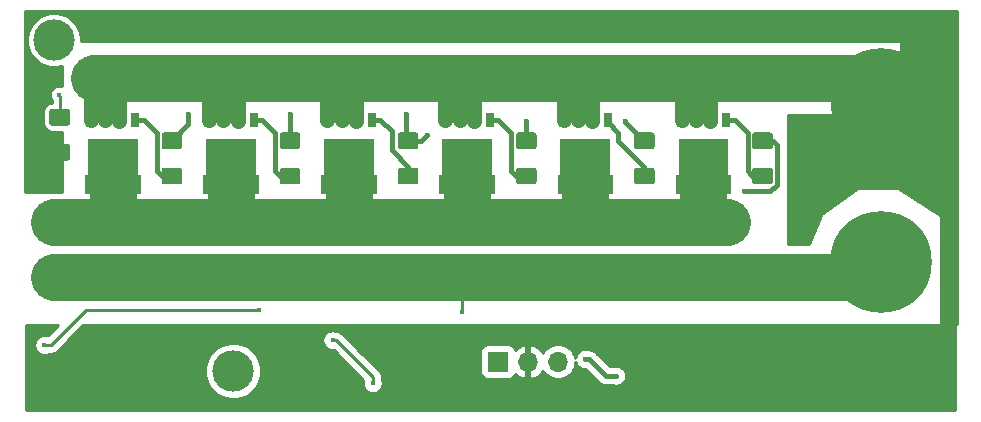
<source format=gbr>
G04 #@! TF.GenerationSoftware,KiCad,Pcbnew,(5.1.5)-3*
G04 #@! TF.CreationDate,2020-08-02T11:19:38+02:00*
G04 #@! TF.ProjectId,_Spot,b553706f-742e-46b6-9963-61645f706362,rev?*
G04 #@! TF.SameCoordinates,Original*
G04 #@! TF.FileFunction,Copper,L2,Bot*
G04 #@! TF.FilePolarity,Positive*
%FSLAX46Y46*%
G04 Gerber Fmt 4.6, Leading zero omitted, Abs format (unit mm)*
G04 Created by KiCad (PCBNEW (5.1.5)-3) date 2020-08-02 11:19:38*
%MOMM*%
%LPD*%
G04 APERTURE LIST*
%ADD10O,1.700000X1.700000*%
%ADD11R,1.700000X1.700000*%
%ADD12C,3.500000*%
%ADD13C,0.900000*%
%ADD14C,8.600000*%
%ADD15C,0.150000*%
%ADD16R,0.700000X1.150000*%
%ADD17C,0.450000*%
%ADD18C,0.250000*%
%ADD19C,4.000000*%
%ADD20C,1.250000*%
%ADD21C,0.381000*%
%ADD22C,0.254000*%
G04 APERTURE END LIST*
D10*
X140680000Y-107200000D03*
X138140000Y-107200000D03*
D11*
X135600000Y-107200000D03*
D12*
X113200000Y-108000000D03*
X98000000Y-80000000D03*
D13*
X170280419Y-82719581D03*
X168000000Y-81775000D03*
X165719581Y-82719581D03*
X164775000Y-85000000D03*
X165719581Y-87280419D03*
X168000000Y-88225000D03*
X170280419Y-87280419D03*
X171225000Y-85000000D03*
D14*
X168000000Y-85000000D03*
D13*
X170280419Y-96519581D03*
X168000000Y-95575000D03*
X165719581Y-96519581D03*
X164775000Y-98800000D03*
X165719581Y-101080419D03*
X168000000Y-102025000D03*
X170280419Y-101080419D03*
X171225000Y-98800000D03*
D14*
X168000000Y-98800000D03*
G04 #@! TA.AperFunction,SMDPad,CuDef*
D15*
G36*
X99149504Y-85801204D02*
G01*
X99173773Y-85804804D01*
X99197571Y-85810765D01*
X99220671Y-85819030D01*
X99242849Y-85829520D01*
X99263893Y-85842133D01*
X99283598Y-85856747D01*
X99301777Y-85873223D01*
X99318253Y-85891402D01*
X99332867Y-85911107D01*
X99345480Y-85932151D01*
X99355970Y-85954329D01*
X99364235Y-85977429D01*
X99370196Y-86001227D01*
X99373796Y-86025496D01*
X99375000Y-86050000D01*
X99375000Y-86975000D01*
X99373796Y-86999504D01*
X99370196Y-87023773D01*
X99364235Y-87047571D01*
X99355970Y-87070671D01*
X99345480Y-87092849D01*
X99332867Y-87113893D01*
X99318253Y-87133598D01*
X99301777Y-87151777D01*
X99283598Y-87168253D01*
X99263893Y-87182867D01*
X99242849Y-87195480D01*
X99220671Y-87205970D01*
X99197571Y-87214235D01*
X99173773Y-87220196D01*
X99149504Y-87223796D01*
X99125000Y-87225000D01*
X97875000Y-87225000D01*
X97850496Y-87223796D01*
X97826227Y-87220196D01*
X97802429Y-87214235D01*
X97779329Y-87205970D01*
X97757151Y-87195480D01*
X97736107Y-87182867D01*
X97716402Y-87168253D01*
X97698223Y-87151777D01*
X97681747Y-87133598D01*
X97667133Y-87113893D01*
X97654520Y-87092849D01*
X97644030Y-87070671D01*
X97635765Y-87047571D01*
X97629804Y-87023773D01*
X97626204Y-86999504D01*
X97625000Y-86975000D01*
X97625000Y-86050000D01*
X97626204Y-86025496D01*
X97629804Y-86001227D01*
X97635765Y-85977429D01*
X97644030Y-85954329D01*
X97654520Y-85932151D01*
X97667133Y-85911107D01*
X97681747Y-85891402D01*
X97698223Y-85873223D01*
X97716402Y-85856747D01*
X97736107Y-85842133D01*
X97757151Y-85829520D01*
X97779329Y-85819030D01*
X97802429Y-85810765D01*
X97826227Y-85804804D01*
X97850496Y-85801204D01*
X97875000Y-85800000D01*
X99125000Y-85800000D01*
X99149504Y-85801204D01*
G37*
G04 #@! TD.AperFunction*
G04 #@! TA.AperFunction,SMDPad,CuDef*
G36*
X99149504Y-88776204D02*
G01*
X99173773Y-88779804D01*
X99197571Y-88785765D01*
X99220671Y-88794030D01*
X99242849Y-88804520D01*
X99263893Y-88817133D01*
X99283598Y-88831747D01*
X99301777Y-88848223D01*
X99318253Y-88866402D01*
X99332867Y-88886107D01*
X99345480Y-88907151D01*
X99355970Y-88929329D01*
X99364235Y-88952429D01*
X99370196Y-88976227D01*
X99373796Y-89000496D01*
X99375000Y-89025000D01*
X99375000Y-89950000D01*
X99373796Y-89974504D01*
X99370196Y-89998773D01*
X99364235Y-90022571D01*
X99355970Y-90045671D01*
X99345480Y-90067849D01*
X99332867Y-90088893D01*
X99318253Y-90108598D01*
X99301777Y-90126777D01*
X99283598Y-90143253D01*
X99263893Y-90157867D01*
X99242849Y-90170480D01*
X99220671Y-90180970D01*
X99197571Y-90189235D01*
X99173773Y-90195196D01*
X99149504Y-90198796D01*
X99125000Y-90200000D01*
X97875000Y-90200000D01*
X97850496Y-90198796D01*
X97826227Y-90195196D01*
X97802429Y-90189235D01*
X97779329Y-90180970D01*
X97757151Y-90170480D01*
X97736107Y-90157867D01*
X97716402Y-90143253D01*
X97698223Y-90126777D01*
X97681747Y-90108598D01*
X97667133Y-90088893D01*
X97654520Y-90067849D01*
X97644030Y-90045671D01*
X97635765Y-90022571D01*
X97629804Y-89998773D01*
X97626204Y-89974504D01*
X97625000Y-89950000D01*
X97625000Y-89025000D01*
X97626204Y-89000496D01*
X97629804Y-88976227D01*
X97635765Y-88952429D01*
X97644030Y-88929329D01*
X97654520Y-88907151D01*
X97667133Y-88886107D01*
X97681747Y-88866402D01*
X97698223Y-88848223D01*
X97716402Y-88831747D01*
X97736107Y-88817133D01*
X97757151Y-88804520D01*
X97779329Y-88794030D01*
X97802429Y-88785765D01*
X97826227Y-88779804D01*
X97850496Y-88776204D01*
X97875000Y-88775000D01*
X99125000Y-88775000D01*
X99149504Y-88776204D01*
G37*
G04 #@! TD.AperFunction*
G04 #@! TA.AperFunction,SMDPad,CuDef*
G36*
X108649504Y-87801204D02*
G01*
X108673773Y-87804804D01*
X108697571Y-87810765D01*
X108720671Y-87819030D01*
X108742849Y-87829520D01*
X108763893Y-87842133D01*
X108783598Y-87856747D01*
X108801777Y-87873223D01*
X108818253Y-87891402D01*
X108832867Y-87911107D01*
X108845480Y-87932151D01*
X108855970Y-87954329D01*
X108864235Y-87977429D01*
X108870196Y-88001227D01*
X108873796Y-88025496D01*
X108875000Y-88050000D01*
X108875000Y-88975000D01*
X108873796Y-88999504D01*
X108870196Y-89023773D01*
X108864235Y-89047571D01*
X108855970Y-89070671D01*
X108845480Y-89092849D01*
X108832867Y-89113893D01*
X108818253Y-89133598D01*
X108801777Y-89151777D01*
X108783598Y-89168253D01*
X108763893Y-89182867D01*
X108742849Y-89195480D01*
X108720671Y-89205970D01*
X108697571Y-89214235D01*
X108673773Y-89220196D01*
X108649504Y-89223796D01*
X108625000Y-89225000D01*
X107375000Y-89225000D01*
X107350496Y-89223796D01*
X107326227Y-89220196D01*
X107302429Y-89214235D01*
X107279329Y-89205970D01*
X107257151Y-89195480D01*
X107236107Y-89182867D01*
X107216402Y-89168253D01*
X107198223Y-89151777D01*
X107181747Y-89133598D01*
X107167133Y-89113893D01*
X107154520Y-89092849D01*
X107144030Y-89070671D01*
X107135765Y-89047571D01*
X107129804Y-89023773D01*
X107126204Y-88999504D01*
X107125000Y-88975000D01*
X107125000Y-88050000D01*
X107126204Y-88025496D01*
X107129804Y-88001227D01*
X107135765Y-87977429D01*
X107144030Y-87954329D01*
X107154520Y-87932151D01*
X107167133Y-87911107D01*
X107181747Y-87891402D01*
X107198223Y-87873223D01*
X107216402Y-87856747D01*
X107236107Y-87842133D01*
X107257151Y-87829520D01*
X107279329Y-87819030D01*
X107302429Y-87810765D01*
X107326227Y-87804804D01*
X107350496Y-87801204D01*
X107375000Y-87800000D01*
X108625000Y-87800000D01*
X108649504Y-87801204D01*
G37*
G04 #@! TD.AperFunction*
G04 #@! TA.AperFunction,SMDPad,CuDef*
G36*
X108649504Y-90776204D02*
G01*
X108673773Y-90779804D01*
X108697571Y-90785765D01*
X108720671Y-90794030D01*
X108742849Y-90804520D01*
X108763893Y-90817133D01*
X108783598Y-90831747D01*
X108801777Y-90848223D01*
X108818253Y-90866402D01*
X108832867Y-90886107D01*
X108845480Y-90907151D01*
X108855970Y-90929329D01*
X108864235Y-90952429D01*
X108870196Y-90976227D01*
X108873796Y-91000496D01*
X108875000Y-91025000D01*
X108875000Y-91950000D01*
X108873796Y-91974504D01*
X108870196Y-91998773D01*
X108864235Y-92022571D01*
X108855970Y-92045671D01*
X108845480Y-92067849D01*
X108832867Y-92088893D01*
X108818253Y-92108598D01*
X108801777Y-92126777D01*
X108783598Y-92143253D01*
X108763893Y-92157867D01*
X108742849Y-92170480D01*
X108720671Y-92180970D01*
X108697571Y-92189235D01*
X108673773Y-92195196D01*
X108649504Y-92198796D01*
X108625000Y-92200000D01*
X107375000Y-92200000D01*
X107350496Y-92198796D01*
X107326227Y-92195196D01*
X107302429Y-92189235D01*
X107279329Y-92180970D01*
X107257151Y-92170480D01*
X107236107Y-92157867D01*
X107216402Y-92143253D01*
X107198223Y-92126777D01*
X107181747Y-92108598D01*
X107167133Y-92088893D01*
X107154520Y-92067849D01*
X107144030Y-92045671D01*
X107135765Y-92022571D01*
X107129804Y-91998773D01*
X107126204Y-91974504D01*
X107125000Y-91950000D01*
X107125000Y-91025000D01*
X107126204Y-91000496D01*
X107129804Y-90976227D01*
X107135765Y-90952429D01*
X107144030Y-90929329D01*
X107154520Y-90907151D01*
X107167133Y-90886107D01*
X107181747Y-90866402D01*
X107198223Y-90848223D01*
X107216402Y-90831747D01*
X107236107Y-90817133D01*
X107257151Y-90804520D01*
X107279329Y-90794030D01*
X107302429Y-90785765D01*
X107326227Y-90779804D01*
X107350496Y-90776204D01*
X107375000Y-90775000D01*
X108625000Y-90775000D01*
X108649504Y-90776204D01*
G37*
G04 #@! TD.AperFunction*
G04 #@! TA.AperFunction,SMDPad,CuDef*
G36*
X118649504Y-87801204D02*
G01*
X118673773Y-87804804D01*
X118697571Y-87810765D01*
X118720671Y-87819030D01*
X118742849Y-87829520D01*
X118763893Y-87842133D01*
X118783598Y-87856747D01*
X118801777Y-87873223D01*
X118818253Y-87891402D01*
X118832867Y-87911107D01*
X118845480Y-87932151D01*
X118855970Y-87954329D01*
X118864235Y-87977429D01*
X118870196Y-88001227D01*
X118873796Y-88025496D01*
X118875000Y-88050000D01*
X118875000Y-88975000D01*
X118873796Y-88999504D01*
X118870196Y-89023773D01*
X118864235Y-89047571D01*
X118855970Y-89070671D01*
X118845480Y-89092849D01*
X118832867Y-89113893D01*
X118818253Y-89133598D01*
X118801777Y-89151777D01*
X118783598Y-89168253D01*
X118763893Y-89182867D01*
X118742849Y-89195480D01*
X118720671Y-89205970D01*
X118697571Y-89214235D01*
X118673773Y-89220196D01*
X118649504Y-89223796D01*
X118625000Y-89225000D01*
X117375000Y-89225000D01*
X117350496Y-89223796D01*
X117326227Y-89220196D01*
X117302429Y-89214235D01*
X117279329Y-89205970D01*
X117257151Y-89195480D01*
X117236107Y-89182867D01*
X117216402Y-89168253D01*
X117198223Y-89151777D01*
X117181747Y-89133598D01*
X117167133Y-89113893D01*
X117154520Y-89092849D01*
X117144030Y-89070671D01*
X117135765Y-89047571D01*
X117129804Y-89023773D01*
X117126204Y-88999504D01*
X117125000Y-88975000D01*
X117125000Y-88050000D01*
X117126204Y-88025496D01*
X117129804Y-88001227D01*
X117135765Y-87977429D01*
X117144030Y-87954329D01*
X117154520Y-87932151D01*
X117167133Y-87911107D01*
X117181747Y-87891402D01*
X117198223Y-87873223D01*
X117216402Y-87856747D01*
X117236107Y-87842133D01*
X117257151Y-87829520D01*
X117279329Y-87819030D01*
X117302429Y-87810765D01*
X117326227Y-87804804D01*
X117350496Y-87801204D01*
X117375000Y-87800000D01*
X118625000Y-87800000D01*
X118649504Y-87801204D01*
G37*
G04 #@! TD.AperFunction*
G04 #@! TA.AperFunction,SMDPad,CuDef*
G36*
X118649504Y-90776204D02*
G01*
X118673773Y-90779804D01*
X118697571Y-90785765D01*
X118720671Y-90794030D01*
X118742849Y-90804520D01*
X118763893Y-90817133D01*
X118783598Y-90831747D01*
X118801777Y-90848223D01*
X118818253Y-90866402D01*
X118832867Y-90886107D01*
X118845480Y-90907151D01*
X118855970Y-90929329D01*
X118864235Y-90952429D01*
X118870196Y-90976227D01*
X118873796Y-91000496D01*
X118875000Y-91025000D01*
X118875000Y-91950000D01*
X118873796Y-91974504D01*
X118870196Y-91998773D01*
X118864235Y-92022571D01*
X118855970Y-92045671D01*
X118845480Y-92067849D01*
X118832867Y-92088893D01*
X118818253Y-92108598D01*
X118801777Y-92126777D01*
X118783598Y-92143253D01*
X118763893Y-92157867D01*
X118742849Y-92170480D01*
X118720671Y-92180970D01*
X118697571Y-92189235D01*
X118673773Y-92195196D01*
X118649504Y-92198796D01*
X118625000Y-92200000D01*
X117375000Y-92200000D01*
X117350496Y-92198796D01*
X117326227Y-92195196D01*
X117302429Y-92189235D01*
X117279329Y-92180970D01*
X117257151Y-92170480D01*
X117236107Y-92157867D01*
X117216402Y-92143253D01*
X117198223Y-92126777D01*
X117181747Y-92108598D01*
X117167133Y-92088893D01*
X117154520Y-92067849D01*
X117144030Y-92045671D01*
X117135765Y-92022571D01*
X117129804Y-91998773D01*
X117126204Y-91974504D01*
X117125000Y-91950000D01*
X117125000Y-91025000D01*
X117126204Y-91000496D01*
X117129804Y-90976227D01*
X117135765Y-90952429D01*
X117144030Y-90929329D01*
X117154520Y-90907151D01*
X117167133Y-90886107D01*
X117181747Y-90866402D01*
X117198223Y-90848223D01*
X117216402Y-90831747D01*
X117236107Y-90817133D01*
X117257151Y-90804520D01*
X117279329Y-90794030D01*
X117302429Y-90785765D01*
X117326227Y-90779804D01*
X117350496Y-90776204D01*
X117375000Y-90775000D01*
X118625000Y-90775000D01*
X118649504Y-90776204D01*
G37*
G04 #@! TD.AperFunction*
G04 #@! TA.AperFunction,SMDPad,CuDef*
G36*
X128649504Y-87801204D02*
G01*
X128673773Y-87804804D01*
X128697571Y-87810765D01*
X128720671Y-87819030D01*
X128742849Y-87829520D01*
X128763893Y-87842133D01*
X128783598Y-87856747D01*
X128801777Y-87873223D01*
X128818253Y-87891402D01*
X128832867Y-87911107D01*
X128845480Y-87932151D01*
X128855970Y-87954329D01*
X128864235Y-87977429D01*
X128870196Y-88001227D01*
X128873796Y-88025496D01*
X128875000Y-88050000D01*
X128875000Y-88975000D01*
X128873796Y-88999504D01*
X128870196Y-89023773D01*
X128864235Y-89047571D01*
X128855970Y-89070671D01*
X128845480Y-89092849D01*
X128832867Y-89113893D01*
X128818253Y-89133598D01*
X128801777Y-89151777D01*
X128783598Y-89168253D01*
X128763893Y-89182867D01*
X128742849Y-89195480D01*
X128720671Y-89205970D01*
X128697571Y-89214235D01*
X128673773Y-89220196D01*
X128649504Y-89223796D01*
X128625000Y-89225000D01*
X127375000Y-89225000D01*
X127350496Y-89223796D01*
X127326227Y-89220196D01*
X127302429Y-89214235D01*
X127279329Y-89205970D01*
X127257151Y-89195480D01*
X127236107Y-89182867D01*
X127216402Y-89168253D01*
X127198223Y-89151777D01*
X127181747Y-89133598D01*
X127167133Y-89113893D01*
X127154520Y-89092849D01*
X127144030Y-89070671D01*
X127135765Y-89047571D01*
X127129804Y-89023773D01*
X127126204Y-88999504D01*
X127125000Y-88975000D01*
X127125000Y-88050000D01*
X127126204Y-88025496D01*
X127129804Y-88001227D01*
X127135765Y-87977429D01*
X127144030Y-87954329D01*
X127154520Y-87932151D01*
X127167133Y-87911107D01*
X127181747Y-87891402D01*
X127198223Y-87873223D01*
X127216402Y-87856747D01*
X127236107Y-87842133D01*
X127257151Y-87829520D01*
X127279329Y-87819030D01*
X127302429Y-87810765D01*
X127326227Y-87804804D01*
X127350496Y-87801204D01*
X127375000Y-87800000D01*
X128625000Y-87800000D01*
X128649504Y-87801204D01*
G37*
G04 #@! TD.AperFunction*
G04 #@! TA.AperFunction,SMDPad,CuDef*
G36*
X128649504Y-90776204D02*
G01*
X128673773Y-90779804D01*
X128697571Y-90785765D01*
X128720671Y-90794030D01*
X128742849Y-90804520D01*
X128763893Y-90817133D01*
X128783598Y-90831747D01*
X128801777Y-90848223D01*
X128818253Y-90866402D01*
X128832867Y-90886107D01*
X128845480Y-90907151D01*
X128855970Y-90929329D01*
X128864235Y-90952429D01*
X128870196Y-90976227D01*
X128873796Y-91000496D01*
X128875000Y-91025000D01*
X128875000Y-91950000D01*
X128873796Y-91974504D01*
X128870196Y-91998773D01*
X128864235Y-92022571D01*
X128855970Y-92045671D01*
X128845480Y-92067849D01*
X128832867Y-92088893D01*
X128818253Y-92108598D01*
X128801777Y-92126777D01*
X128783598Y-92143253D01*
X128763893Y-92157867D01*
X128742849Y-92170480D01*
X128720671Y-92180970D01*
X128697571Y-92189235D01*
X128673773Y-92195196D01*
X128649504Y-92198796D01*
X128625000Y-92200000D01*
X127375000Y-92200000D01*
X127350496Y-92198796D01*
X127326227Y-92195196D01*
X127302429Y-92189235D01*
X127279329Y-92180970D01*
X127257151Y-92170480D01*
X127236107Y-92157867D01*
X127216402Y-92143253D01*
X127198223Y-92126777D01*
X127181747Y-92108598D01*
X127167133Y-92088893D01*
X127154520Y-92067849D01*
X127144030Y-92045671D01*
X127135765Y-92022571D01*
X127129804Y-91998773D01*
X127126204Y-91974504D01*
X127125000Y-91950000D01*
X127125000Y-91025000D01*
X127126204Y-91000496D01*
X127129804Y-90976227D01*
X127135765Y-90952429D01*
X127144030Y-90929329D01*
X127154520Y-90907151D01*
X127167133Y-90886107D01*
X127181747Y-90866402D01*
X127198223Y-90848223D01*
X127216402Y-90831747D01*
X127236107Y-90817133D01*
X127257151Y-90804520D01*
X127279329Y-90794030D01*
X127302429Y-90785765D01*
X127326227Y-90779804D01*
X127350496Y-90776204D01*
X127375000Y-90775000D01*
X128625000Y-90775000D01*
X128649504Y-90776204D01*
G37*
G04 #@! TD.AperFunction*
G04 #@! TA.AperFunction,SMDPad,CuDef*
G36*
X138649504Y-87801204D02*
G01*
X138673773Y-87804804D01*
X138697571Y-87810765D01*
X138720671Y-87819030D01*
X138742849Y-87829520D01*
X138763893Y-87842133D01*
X138783598Y-87856747D01*
X138801777Y-87873223D01*
X138818253Y-87891402D01*
X138832867Y-87911107D01*
X138845480Y-87932151D01*
X138855970Y-87954329D01*
X138864235Y-87977429D01*
X138870196Y-88001227D01*
X138873796Y-88025496D01*
X138875000Y-88050000D01*
X138875000Y-88975000D01*
X138873796Y-88999504D01*
X138870196Y-89023773D01*
X138864235Y-89047571D01*
X138855970Y-89070671D01*
X138845480Y-89092849D01*
X138832867Y-89113893D01*
X138818253Y-89133598D01*
X138801777Y-89151777D01*
X138783598Y-89168253D01*
X138763893Y-89182867D01*
X138742849Y-89195480D01*
X138720671Y-89205970D01*
X138697571Y-89214235D01*
X138673773Y-89220196D01*
X138649504Y-89223796D01*
X138625000Y-89225000D01*
X137375000Y-89225000D01*
X137350496Y-89223796D01*
X137326227Y-89220196D01*
X137302429Y-89214235D01*
X137279329Y-89205970D01*
X137257151Y-89195480D01*
X137236107Y-89182867D01*
X137216402Y-89168253D01*
X137198223Y-89151777D01*
X137181747Y-89133598D01*
X137167133Y-89113893D01*
X137154520Y-89092849D01*
X137144030Y-89070671D01*
X137135765Y-89047571D01*
X137129804Y-89023773D01*
X137126204Y-88999504D01*
X137125000Y-88975000D01*
X137125000Y-88050000D01*
X137126204Y-88025496D01*
X137129804Y-88001227D01*
X137135765Y-87977429D01*
X137144030Y-87954329D01*
X137154520Y-87932151D01*
X137167133Y-87911107D01*
X137181747Y-87891402D01*
X137198223Y-87873223D01*
X137216402Y-87856747D01*
X137236107Y-87842133D01*
X137257151Y-87829520D01*
X137279329Y-87819030D01*
X137302429Y-87810765D01*
X137326227Y-87804804D01*
X137350496Y-87801204D01*
X137375000Y-87800000D01*
X138625000Y-87800000D01*
X138649504Y-87801204D01*
G37*
G04 #@! TD.AperFunction*
G04 #@! TA.AperFunction,SMDPad,CuDef*
G36*
X138649504Y-90776204D02*
G01*
X138673773Y-90779804D01*
X138697571Y-90785765D01*
X138720671Y-90794030D01*
X138742849Y-90804520D01*
X138763893Y-90817133D01*
X138783598Y-90831747D01*
X138801777Y-90848223D01*
X138818253Y-90866402D01*
X138832867Y-90886107D01*
X138845480Y-90907151D01*
X138855970Y-90929329D01*
X138864235Y-90952429D01*
X138870196Y-90976227D01*
X138873796Y-91000496D01*
X138875000Y-91025000D01*
X138875000Y-91950000D01*
X138873796Y-91974504D01*
X138870196Y-91998773D01*
X138864235Y-92022571D01*
X138855970Y-92045671D01*
X138845480Y-92067849D01*
X138832867Y-92088893D01*
X138818253Y-92108598D01*
X138801777Y-92126777D01*
X138783598Y-92143253D01*
X138763893Y-92157867D01*
X138742849Y-92170480D01*
X138720671Y-92180970D01*
X138697571Y-92189235D01*
X138673773Y-92195196D01*
X138649504Y-92198796D01*
X138625000Y-92200000D01*
X137375000Y-92200000D01*
X137350496Y-92198796D01*
X137326227Y-92195196D01*
X137302429Y-92189235D01*
X137279329Y-92180970D01*
X137257151Y-92170480D01*
X137236107Y-92157867D01*
X137216402Y-92143253D01*
X137198223Y-92126777D01*
X137181747Y-92108598D01*
X137167133Y-92088893D01*
X137154520Y-92067849D01*
X137144030Y-92045671D01*
X137135765Y-92022571D01*
X137129804Y-91998773D01*
X137126204Y-91974504D01*
X137125000Y-91950000D01*
X137125000Y-91025000D01*
X137126204Y-91000496D01*
X137129804Y-90976227D01*
X137135765Y-90952429D01*
X137144030Y-90929329D01*
X137154520Y-90907151D01*
X137167133Y-90886107D01*
X137181747Y-90866402D01*
X137198223Y-90848223D01*
X137216402Y-90831747D01*
X137236107Y-90817133D01*
X137257151Y-90804520D01*
X137279329Y-90794030D01*
X137302429Y-90785765D01*
X137326227Y-90779804D01*
X137350496Y-90776204D01*
X137375000Y-90775000D01*
X138625000Y-90775000D01*
X138649504Y-90776204D01*
G37*
G04 #@! TD.AperFunction*
G04 #@! TA.AperFunction,SMDPad,CuDef*
G36*
X148649504Y-87801204D02*
G01*
X148673773Y-87804804D01*
X148697571Y-87810765D01*
X148720671Y-87819030D01*
X148742849Y-87829520D01*
X148763893Y-87842133D01*
X148783598Y-87856747D01*
X148801777Y-87873223D01*
X148818253Y-87891402D01*
X148832867Y-87911107D01*
X148845480Y-87932151D01*
X148855970Y-87954329D01*
X148864235Y-87977429D01*
X148870196Y-88001227D01*
X148873796Y-88025496D01*
X148875000Y-88050000D01*
X148875000Y-88975000D01*
X148873796Y-88999504D01*
X148870196Y-89023773D01*
X148864235Y-89047571D01*
X148855970Y-89070671D01*
X148845480Y-89092849D01*
X148832867Y-89113893D01*
X148818253Y-89133598D01*
X148801777Y-89151777D01*
X148783598Y-89168253D01*
X148763893Y-89182867D01*
X148742849Y-89195480D01*
X148720671Y-89205970D01*
X148697571Y-89214235D01*
X148673773Y-89220196D01*
X148649504Y-89223796D01*
X148625000Y-89225000D01*
X147375000Y-89225000D01*
X147350496Y-89223796D01*
X147326227Y-89220196D01*
X147302429Y-89214235D01*
X147279329Y-89205970D01*
X147257151Y-89195480D01*
X147236107Y-89182867D01*
X147216402Y-89168253D01*
X147198223Y-89151777D01*
X147181747Y-89133598D01*
X147167133Y-89113893D01*
X147154520Y-89092849D01*
X147144030Y-89070671D01*
X147135765Y-89047571D01*
X147129804Y-89023773D01*
X147126204Y-88999504D01*
X147125000Y-88975000D01*
X147125000Y-88050000D01*
X147126204Y-88025496D01*
X147129804Y-88001227D01*
X147135765Y-87977429D01*
X147144030Y-87954329D01*
X147154520Y-87932151D01*
X147167133Y-87911107D01*
X147181747Y-87891402D01*
X147198223Y-87873223D01*
X147216402Y-87856747D01*
X147236107Y-87842133D01*
X147257151Y-87829520D01*
X147279329Y-87819030D01*
X147302429Y-87810765D01*
X147326227Y-87804804D01*
X147350496Y-87801204D01*
X147375000Y-87800000D01*
X148625000Y-87800000D01*
X148649504Y-87801204D01*
G37*
G04 #@! TD.AperFunction*
G04 #@! TA.AperFunction,SMDPad,CuDef*
G36*
X148649504Y-90776204D02*
G01*
X148673773Y-90779804D01*
X148697571Y-90785765D01*
X148720671Y-90794030D01*
X148742849Y-90804520D01*
X148763893Y-90817133D01*
X148783598Y-90831747D01*
X148801777Y-90848223D01*
X148818253Y-90866402D01*
X148832867Y-90886107D01*
X148845480Y-90907151D01*
X148855970Y-90929329D01*
X148864235Y-90952429D01*
X148870196Y-90976227D01*
X148873796Y-91000496D01*
X148875000Y-91025000D01*
X148875000Y-91950000D01*
X148873796Y-91974504D01*
X148870196Y-91998773D01*
X148864235Y-92022571D01*
X148855970Y-92045671D01*
X148845480Y-92067849D01*
X148832867Y-92088893D01*
X148818253Y-92108598D01*
X148801777Y-92126777D01*
X148783598Y-92143253D01*
X148763893Y-92157867D01*
X148742849Y-92170480D01*
X148720671Y-92180970D01*
X148697571Y-92189235D01*
X148673773Y-92195196D01*
X148649504Y-92198796D01*
X148625000Y-92200000D01*
X147375000Y-92200000D01*
X147350496Y-92198796D01*
X147326227Y-92195196D01*
X147302429Y-92189235D01*
X147279329Y-92180970D01*
X147257151Y-92170480D01*
X147236107Y-92157867D01*
X147216402Y-92143253D01*
X147198223Y-92126777D01*
X147181747Y-92108598D01*
X147167133Y-92088893D01*
X147154520Y-92067849D01*
X147144030Y-92045671D01*
X147135765Y-92022571D01*
X147129804Y-91998773D01*
X147126204Y-91974504D01*
X147125000Y-91950000D01*
X147125000Y-91025000D01*
X147126204Y-91000496D01*
X147129804Y-90976227D01*
X147135765Y-90952429D01*
X147144030Y-90929329D01*
X147154520Y-90907151D01*
X147167133Y-90886107D01*
X147181747Y-90866402D01*
X147198223Y-90848223D01*
X147216402Y-90831747D01*
X147236107Y-90817133D01*
X147257151Y-90804520D01*
X147279329Y-90794030D01*
X147302429Y-90785765D01*
X147326227Y-90779804D01*
X147350496Y-90776204D01*
X147375000Y-90775000D01*
X148625000Y-90775000D01*
X148649504Y-90776204D01*
G37*
G04 #@! TD.AperFunction*
G04 #@! TA.AperFunction,SMDPad,CuDef*
G36*
X158649504Y-87801204D02*
G01*
X158673773Y-87804804D01*
X158697571Y-87810765D01*
X158720671Y-87819030D01*
X158742849Y-87829520D01*
X158763893Y-87842133D01*
X158783598Y-87856747D01*
X158801777Y-87873223D01*
X158818253Y-87891402D01*
X158832867Y-87911107D01*
X158845480Y-87932151D01*
X158855970Y-87954329D01*
X158864235Y-87977429D01*
X158870196Y-88001227D01*
X158873796Y-88025496D01*
X158875000Y-88050000D01*
X158875000Y-88975000D01*
X158873796Y-88999504D01*
X158870196Y-89023773D01*
X158864235Y-89047571D01*
X158855970Y-89070671D01*
X158845480Y-89092849D01*
X158832867Y-89113893D01*
X158818253Y-89133598D01*
X158801777Y-89151777D01*
X158783598Y-89168253D01*
X158763893Y-89182867D01*
X158742849Y-89195480D01*
X158720671Y-89205970D01*
X158697571Y-89214235D01*
X158673773Y-89220196D01*
X158649504Y-89223796D01*
X158625000Y-89225000D01*
X157375000Y-89225000D01*
X157350496Y-89223796D01*
X157326227Y-89220196D01*
X157302429Y-89214235D01*
X157279329Y-89205970D01*
X157257151Y-89195480D01*
X157236107Y-89182867D01*
X157216402Y-89168253D01*
X157198223Y-89151777D01*
X157181747Y-89133598D01*
X157167133Y-89113893D01*
X157154520Y-89092849D01*
X157144030Y-89070671D01*
X157135765Y-89047571D01*
X157129804Y-89023773D01*
X157126204Y-88999504D01*
X157125000Y-88975000D01*
X157125000Y-88050000D01*
X157126204Y-88025496D01*
X157129804Y-88001227D01*
X157135765Y-87977429D01*
X157144030Y-87954329D01*
X157154520Y-87932151D01*
X157167133Y-87911107D01*
X157181747Y-87891402D01*
X157198223Y-87873223D01*
X157216402Y-87856747D01*
X157236107Y-87842133D01*
X157257151Y-87829520D01*
X157279329Y-87819030D01*
X157302429Y-87810765D01*
X157326227Y-87804804D01*
X157350496Y-87801204D01*
X157375000Y-87800000D01*
X158625000Y-87800000D01*
X158649504Y-87801204D01*
G37*
G04 #@! TD.AperFunction*
G04 #@! TA.AperFunction,SMDPad,CuDef*
G36*
X158649504Y-90776204D02*
G01*
X158673773Y-90779804D01*
X158697571Y-90785765D01*
X158720671Y-90794030D01*
X158742849Y-90804520D01*
X158763893Y-90817133D01*
X158783598Y-90831747D01*
X158801777Y-90848223D01*
X158818253Y-90866402D01*
X158832867Y-90886107D01*
X158845480Y-90907151D01*
X158855970Y-90929329D01*
X158864235Y-90952429D01*
X158870196Y-90976227D01*
X158873796Y-91000496D01*
X158875000Y-91025000D01*
X158875000Y-91950000D01*
X158873796Y-91974504D01*
X158870196Y-91998773D01*
X158864235Y-92022571D01*
X158855970Y-92045671D01*
X158845480Y-92067849D01*
X158832867Y-92088893D01*
X158818253Y-92108598D01*
X158801777Y-92126777D01*
X158783598Y-92143253D01*
X158763893Y-92157867D01*
X158742849Y-92170480D01*
X158720671Y-92180970D01*
X158697571Y-92189235D01*
X158673773Y-92195196D01*
X158649504Y-92198796D01*
X158625000Y-92200000D01*
X157375000Y-92200000D01*
X157350496Y-92198796D01*
X157326227Y-92195196D01*
X157302429Y-92189235D01*
X157279329Y-92180970D01*
X157257151Y-92170480D01*
X157236107Y-92157867D01*
X157216402Y-92143253D01*
X157198223Y-92126777D01*
X157181747Y-92108598D01*
X157167133Y-92088893D01*
X157154520Y-92067849D01*
X157144030Y-92045671D01*
X157135765Y-92022571D01*
X157129804Y-91998773D01*
X157126204Y-91974504D01*
X157125000Y-91950000D01*
X157125000Y-91025000D01*
X157126204Y-91000496D01*
X157129804Y-90976227D01*
X157135765Y-90952429D01*
X157144030Y-90929329D01*
X157154520Y-90907151D01*
X157167133Y-90886107D01*
X157181747Y-90866402D01*
X157198223Y-90848223D01*
X157216402Y-90831747D01*
X157236107Y-90817133D01*
X157257151Y-90804520D01*
X157279329Y-90794030D01*
X157302429Y-90785765D01*
X157326227Y-90779804D01*
X157350496Y-90776204D01*
X157375000Y-90775000D01*
X158625000Y-90775000D01*
X158649504Y-90776204D01*
G37*
G04 #@! TD.AperFunction*
G04 #@! TA.AperFunction,SMDPad,CuDef*
G36*
X100650000Y-92975000D02*
G01*
X100650000Y-91425000D01*
X100900000Y-91425000D01*
X100900000Y-88350000D01*
X105100000Y-88350000D01*
X105100000Y-91425000D01*
X105350000Y-91425000D01*
X105350000Y-92975000D01*
X100650000Y-92975000D01*
G37*
G04 #@! TD.AperFunction*
D16*
X104910000Y-86730000D03*
X103640000Y-86730000D03*
X101090000Y-86730000D03*
X102360000Y-86730000D03*
G04 #@! TA.AperFunction,SMDPad,CuDef*
D15*
G36*
X110650000Y-92975000D02*
G01*
X110650000Y-91425000D01*
X110900000Y-91425000D01*
X110900000Y-88350000D01*
X115100000Y-88350000D01*
X115100000Y-91425000D01*
X115350000Y-91425000D01*
X115350000Y-92975000D01*
X110650000Y-92975000D01*
G37*
G04 #@! TD.AperFunction*
D16*
X114910000Y-86730000D03*
X113640000Y-86730000D03*
X111090000Y-86730000D03*
X112360000Y-86730000D03*
G04 #@! TA.AperFunction,SMDPad,CuDef*
D15*
G36*
X120650000Y-92975000D02*
G01*
X120650000Y-91425000D01*
X120900000Y-91425000D01*
X120900000Y-88350000D01*
X125100000Y-88350000D01*
X125100000Y-91425000D01*
X125350000Y-91425000D01*
X125350000Y-92975000D01*
X120650000Y-92975000D01*
G37*
G04 #@! TD.AperFunction*
D16*
X124910000Y-86730000D03*
X123640000Y-86730000D03*
X121090000Y-86730000D03*
X122360000Y-86730000D03*
G04 #@! TA.AperFunction,SMDPad,CuDef*
D15*
G36*
X130650000Y-92975000D02*
G01*
X130650000Y-91425000D01*
X130900000Y-91425000D01*
X130900000Y-88350000D01*
X135100000Y-88350000D01*
X135100000Y-91425000D01*
X135350000Y-91425000D01*
X135350000Y-92975000D01*
X130650000Y-92975000D01*
G37*
G04 #@! TD.AperFunction*
D16*
X134910000Y-86730000D03*
X133640000Y-86730000D03*
X131090000Y-86730000D03*
X132360000Y-86730000D03*
G04 #@! TA.AperFunction,SMDPad,CuDef*
D15*
G36*
X140650000Y-92975000D02*
G01*
X140650000Y-91425000D01*
X140900000Y-91425000D01*
X140900000Y-88350000D01*
X145100000Y-88350000D01*
X145100000Y-91425000D01*
X145350000Y-91425000D01*
X145350000Y-92975000D01*
X140650000Y-92975000D01*
G37*
G04 #@! TD.AperFunction*
D16*
X144910000Y-86730000D03*
X143640000Y-86730000D03*
X141090000Y-86730000D03*
X142360000Y-86730000D03*
G04 #@! TA.AperFunction,SMDPad,CuDef*
D15*
G36*
X150650000Y-92975000D02*
G01*
X150650000Y-91425000D01*
X150900000Y-91425000D01*
X150900000Y-88350000D01*
X155100000Y-88350000D01*
X155100000Y-91425000D01*
X155350000Y-91425000D01*
X155350000Y-92975000D01*
X150650000Y-92975000D01*
G37*
G04 #@! TD.AperFunction*
D16*
X154910000Y-86730000D03*
X153640000Y-86730000D03*
X151090000Y-86730000D03*
X152360000Y-86730000D03*
D17*
X132600000Y-103000000D03*
X105000000Y-105600000D03*
X144800000Y-104600000D03*
X146900000Y-109500000D03*
X150800000Y-107800000D03*
X156800000Y-108662500D03*
X169000000Y-109000000D03*
X110400000Y-79000000D03*
X96800000Y-82800000D03*
X130200000Y-79200000D03*
X159800000Y-78600000D03*
X160800000Y-88400000D03*
X145800000Y-107200000D03*
X143000000Y-107000000D03*
X145600000Y-108400000D03*
X121600000Y-105400000D03*
X125000000Y-109000000D03*
X156400000Y-92800000D03*
X146400000Y-86800000D03*
X138000000Y-86800000D03*
X129600000Y-88000000D03*
X127800000Y-86200000D03*
X118000000Y-86200000D03*
X109400000Y-86200000D03*
X115400000Y-102800000D03*
X97200000Y-105800000D03*
X98400000Y-84600000D03*
D18*
X132600000Y-103000000D02*
X132600000Y-100200000D01*
D19*
X168000000Y-100000000D02*
X132800000Y-100000000D01*
D18*
X132600000Y-100200000D02*
X132800000Y-100000000D01*
D19*
X132800000Y-100000000D02*
X98000000Y-100000000D01*
D20*
X102360000Y-86730000D02*
X102360000Y-84160000D01*
X101160000Y-86730000D02*
X101160000Y-84160000D01*
X103560000Y-86800000D02*
X103560000Y-84230000D01*
X112360000Y-86730000D02*
X112360000Y-84160000D01*
X111160000Y-86730000D02*
X111160000Y-84160000D01*
X113560000Y-86800000D02*
X113560000Y-84230000D01*
X122360000Y-86730000D02*
X122360000Y-84160000D01*
X121160000Y-86730000D02*
X121160000Y-84160000D01*
X123560000Y-86800000D02*
X123560000Y-84230000D01*
X132360000Y-86730000D02*
X132360000Y-84160000D01*
X131160000Y-86730000D02*
X131160000Y-84160000D01*
X133560000Y-86800000D02*
X133560000Y-84230000D01*
X152360000Y-86730000D02*
X152360000Y-84160000D01*
X151160000Y-86730000D02*
X151160000Y-84160000D01*
X153560000Y-86800000D02*
X153560000Y-84230000D01*
X143560000Y-86800000D02*
X143560000Y-84230000D01*
X142360000Y-86730000D02*
X142360000Y-84160000D01*
X141160000Y-86730000D02*
X141160000Y-84160000D01*
D19*
X167000000Y-83200000D02*
X101400000Y-83200000D01*
D18*
X102360000Y-84160000D02*
X101400000Y-83200000D01*
D21*
X143318198Y-107000000D02*
X144718198Y-108400000D01*
X143000000Y-107000000D02*
X143318198Y-107000000D01*
X144718198Y-108400000D02*
X145600000Y-108400000D01*
X145600000Y-108400000D02*
X145600000Y-108400000D01*
D18*
X121918198Y-105400000D02*
X125000000Y-108481802D01*
X121600000Y-105400000D02*
X121918198Y-105400000D01*
X125000000Y-108481802D02*
X125000000Y-109000000D01*
X125000000Y-109000000D02*
X125000000Y-109000000D01*
D19*
X153000000Y-92600001D02*
X153000000Y-94200000D01*
X143000000Y-92400001D02*
X143000000Y-94000000D01*
X133000000Y-92400001D02*
X133000000Y-94000000D01*
X123000000Y-92400001D02*
X123000000Y-94000000D01*
X113000000Y-92600001D02*
X113000000Y-94200000D01*
X155000000Y-95400000D02*
X98000000Y-95400000D01*
X103000000Y-92400001D02*
X103000000Y-94000000D01*
D21*
X155641000Y-86730000D02*
X154910000Y-86730000D01*
X156734490Y-91096990D02*
X156734490Y-87823490D01*
X157125000Y-91487500D02*
X156734490Y-91096990D01*
X156734490Y-87823490D02*
X155641000Y-86730000D01*
X158000000Y-91487500D02*
X157125000Y-91487500D01*
X148000000Y-90697734D02*
X145800000Y-88497734D01*
X148000000Y-91487500D02*
X148000000Y-90697734D01*
X144910000Y-86955000D02*
X144910000Y-86730000D01*
X145800000Y-87845000D02*
X144910000Y-86955000D01*
X145800000Y-88497734D02*
X145800000Y-87845000D01*
X136734490Y-87823490D02*
X135641000Y-86730000D01*
X136734490Y-91096990D02*
X136734490Y-87823490D01*
X135641000Y-86730000D02*
X134910000Y-86730000D01*
X137125000Y-91487500D02*
X136734490Y-91096990D01*
X138000000Y-91487500D02*
X137125000Y-91487500D01*
X128000000Y-90697734D02*
X126600000Y-89297734D01*
X128000000Y-91487500D02*
X128000000Y-90697734D01*
X125641000Y-86730000D02*
X124910000Y-86730000D01*
X126600000Y-87689000D02*
X125641000Y-86730000D01*
X126600000Y-89297734D02*
X126600000Y-87689000D01*
X116734490Y-87823490D02*
X115641000Y-86730000D01*
X116734490Y-91096990D02*
X116734490Y-87823490D01*
X115641000Y-86730000D02*
X114910000Y-86730000D01*
X117125000Y-91487500D02*
X116734490Y-91096990D01*
X118000000Y-91487500D02*
X117125000Y-91487500D01*
X106734490Y-87823490D02*
X105641000Y-86730000D01*
X105641000Y-86730000D02*
X104910000Y-86730000D01*
X107125000Y-91487500D02*
X106734490Y-91096990D01*
X106734490Y-91096990D02*
X106734490Y-87823490D01*
X108000000Y-91487500D02*
X107125000Y-91487500D01*
X109400000Y-87112500D02*
X108000000Y-88512500D01*
X109400000Y-86200000D02*
X109400000Y-87112500D01*
X118000000Y-86200000D02*
X118000000Y-88512500D01*
X127800000Y-88312500D02*
X128000000Y-88512500D01*
X127800000Y-86200000D02*
X127800000Y-88312500D01*
X129087500Y-88512500D02*
X129600000Y-88000000D01*
X128000000Y-88512500D02*
X129087500Y-88512500D01*
X138000000Y-86800000D02*
X138000000Y-88512500D01*
X146400000Y-86912500D02*
X148000000Y-88512500D01*
X146400000Y-86800000D02*
X146400000Y-86912500D01*
X158875000Y-88512500D02*
X158000000Y-88512500D01*
X159265510Y-88903010D02*
X158875000Y-88512500D01*
X159265510Y-92215310D02*
X159265510Y-88903010D01*
X158680820Y-92800000D02*
X159265510Y-92215310D01*
X156400000Y-92800000D02*
X158680820Y-92800000D01*
D18*
X98500000Y-84700000D02*
X98400000Y-84600000D01*
X98500000Y-86512500D02*
X98500000Y-84700000D01*
X97765685Y-105800000D02*
X100765685Y-102800000D01*
X97200000Y-105800000D02*
X97765685Y-105800000D01*
X100765685Y-102800000D02*
X115400000Y-102800000D01*
D22*
G36*
X97498216Y-104992668D02*
G01*
X97450853Y-104973049D01*
X97284703Y-104940000D01*
X97115297Y-104940000D01*
X96949147Y-104973049D01*
X96792637Y-105037878D01*
X96651782Y-105131995D01*
X96531995Y-105251782D01*
X96437878Y-105392637D01*
X96373049Y-105549147D01*
X96340000Y-105715297D01*
X96340000Y-105884703D01*
X96373049Y-106050853D01*
X96437878Y-106207363D01*
X96531995Y-106348218D01*
X96651782Y-106468005D01*
X96792637Y-106562122D01*
X96949147Y-106626951D01*
X97115297Y-106660000D01*
X97284703Y-106660000D01*
X97450853Y-106626951D01*
X97607363Y-106562122D01*
X97610539Y-106560000D01*
X97728363Y-106560000D01*
X97765685Y-106563676D01*
X97803007Y-106560000D01*
X97803018Y-106560000D01*
X97914671Y-106549003D01*
X98057932Y-106505546D01*
X98189961Y-106434974D01*
X98305686Y-106340001D01*
X98329489Y-106310997D01*
X99325189Y-105315297D01*
X120740000Y-105315297D01*
X120740000Y-105484703D01*
X120773049Y-105650853D01*
X120837878Y-105807363D01*
X120931995Y-105948218D01*
X121051782Y-106068005D01*
X121192637Y-106162122D01*
X121349147Y-106226951D01*
X121515297Y-106260000D01*
X121684703Y-106260000D01*
X121700295Y-106256899D01*
X124178759Y-108735363D01*
X124173049Y-108749147D01*
X124140000Y-108915297D01*
X124140000Y-109084703D01*
X124173049Y-109250853D01*
X124237878Y-109407363D01*
X124331995Y-109548218D01*
X124451782Y-109668005D01*
X124592637Y-109762122D01*
X124749147Y-109826951D01*
X124915297Y-109860000D01*
X125084703Y-109860000D01*
X125250853Y-109826951D01*
X125407363Y-109762122D01*
X125548218Y-109668005D01*
X125668005Y-109548218D01*
X125762122Y-109407363D01*
X125826951Y-109250853D01*
X125860000Y-109084703D01*
X125860000Y-108915297D01*
X125826951Y-108749147D01*
X125762122Y-108592637D01*
X125760000Y-108589461D01*
X125760000Y-108519124D01*
X125763676Y-108481801D01*
X125760000Y-108444478D01*
X125760000Y-108444469D01*
X125749003Y-108332816D01*
X125705546Y-108189555D01*
X125634974Y-108057526D01*
X125540001Y-107941801D01*
X125511004Y-107918004D01*
X123943000Y-106350000D01*
X134111928Y-106350000D01*
X134111928Y-108050000D01*
X134124188Y-108174482D01*
X134160498Y-108294180D01*
X134219463Y-108404494D01*
X134298815Y-108501185D01*
X134395506Y-108580537D01*
X134505820Y-108639502D01*
X134625518Y-108675812D01*
X134750000Y-108688072D01*
X136450000Y-108688072D01*
X136574482Y-108675812D01*
X136694180Y-108639502D01*
X136804494Y-108580537D01*
X136901185Y-108501185D01*
X136980537Y-108404494D01*
X137039502Y-108294180D01*
X137063966Y-108213534D01*
X137139731Y-108297588D01*
X137373080Y-108471641D01*
X137635901Y-108596825D01*
X137783110Y-108641476D01*
X138013000Y-108520155D01*
X138013000Y-107327000D01*
X137993000Y-107327000D01*
X137993000Y-107073000D01*
X138013000Y-107073000D01*
X138013000Y-105879845D01*
X138267000Y-105879845D01*
X138267000Y-107073000D01*
X138287000Y-107073000D01*
X138287000Y-107327000D01*
X138267000Y-107327000D01*
X138267000Y-108520155D01*
X138496890Y-108641476D01*
X138644099Y-108596825D01*
X138906920Y-108471641D01*
X139140269Y-108297588D01*
X139335178Y-108081355D01*
X139404805Y-107964466D01*
X139526525Y-108146632D01*
X139733368Y-108353475D01*
X139976589Y-108515990D01*
X140246842Y-108627932D01*
X140533740Y-108685000D01*
X140826260Y-108685000D01*
X141113158Y-108627932D01*
X141383411Y-108515990D01*
X141626632Y-108353475D01*
X141833475Y-108146632D01*
X141995990Y-107903411D01*
X142107932Y-107633158D01*
X142165000Y-107346260D01*
X142165000Y-107210388D01*
X142173049Y-107250853D01*
X142237878Y-107407363D01*
X142331995Y-107548218D01*
X142451782Y-107668005D01*
X142592637Y-107762122D01*
X142749147Y-107826951D01*
X142915297Y-107860000D01*
X143010766Y-107860000D01*
X144105804Y-108955039D01*
X144131657Y-108986541D01*
X144174624Y-109021803D01*
X144257355Y-109089699D01*
X144332231Y-109129721D01*
X144400764Y-109166353D01*
X144556372Y-109213556D01*
X144677645Y-109225500D01*
X144677647Y-109225500D01*
X144718198Y-109229494D01*
X144758748Y-109225500D01*
X145345644Y-109225500D01*
X145349147Y-109226951D01*
X145515297Y-109260000D01*
X145684703Y-109260000D01*
X145850853Y-109226951D01*
X146007363Y-109162122D01*
X146148218Y-109068005D01*
X146268005Y-108948218D01*
X146362122Y-108807363D01*
X146426951Y-108650853D01*
X146460000Y-108484703D01*
X146460000Y-108315297D01*
X146426951Y-108149147D01*
X146362122Y-107992637D01*
X146268005Y-107851782D01*
X146148218Y-107731995D01*
X146007363Y-107637878D01*
X145850853Y-107573049D01*
X145684703Y-107540000D01*
X145515297Y-107540000D01*
X145349147Y-107573049D01*
X145345644Y-107574500D01*
X145060131Y-107574500D01*
X143930596Y-106444966D01*
X143904739Y-106413459D01*
X143779040Y-106310301D01*
X143635632Y-106233647D01*
X143480024Y-106186444D01*
X143358751Y-106174500D01*
X143358748Y-106174500D01*
X143318198Y-106170506D01*
X143277648Y-106174500D01*
X143254356Y-106174500D01*
X143250853Y-106173049D01*
X143084703Y-106140000D01*
X142915297Y-106140000D01*
X142749147Y-106173049D01*
X142592637Y-106237878D01*
X142451782Y-106331995D01*
X142331995Y-106451782D01*
X142237878Y-106592637D01*
X142173049Y-106749147D01*
X142140000Y-106915297D01*
X142140000Y-106928057D01*
X142107932Y-106766842D01*
X141995990Y-106496589D01*
X141833475Y-106253368D01*
X141626632Y-106046525D01*
X141383411Y-105884010D01*
X141113158Y-105772068D01*
X140826260Y-105715000D01*
X140533740Y-105715000D01*
X140246842Y-105772068D01*
X139976589Y-105884010D01*
X139733368Y-106046525D01*
X139526525Y-106253368D01*
X139404805Y-106435534D01*
X139335178Y-106318645D01*
X139140269Y-106102412D01*
X138906920Y-105928359D01*
X138644099Y-105803175D01*
X138496890Y-105758524D01*
X138267000Y-105879845D01*
X138013000Y-105879845D01*
X137783110Y-105758524D01*
X137635901Y-105803175D01*
X137373080Y-105928359D01*
X137139731Y-106102412D01*
X137063966Y-106186466D01*
X137039502Y-106105820D01*
X136980537Y-105995506D01*
X136901185Y-105898815D01*
X136804494Y-105819463D01*
X136694180Y-105760498D01*
X136574482Y-105724188D01*
X136450000Y-105711928D01*
X134750000Y-105711928D01*
X134625518Y-105724188D01*
X134505820Y-105760498D01*
X134395506Y-105819463D01*
X134298815Y-105898815D01*
X134219463Y-105995506D01*
X134160498Y-106105820D01*
X134124188Y-106225518D01*
X134111928Y-106350000D01*
X123943000Y-106350000D01*
X122482002Y-104889003D01*
X122458199Y-104859999D01*
X122342474Y-104765026D01*
X122210445Y-104694454D01*
X122067184Y-104650997D01*
X122020049Y-104646355D01*
X122007363Y-104637878D01*
X121850853Y-104573049D01*
X121684703Y-104540000D01*
X121515297Y-104540000D01*
X121349147Y-104573049D01*
X121192637Y-104637878D01*
X121051782Y-104731995D01*
X120931995Y-104851782D01*
X120837878Y-104992637D01*
X120773049Y-105149147D01*
X120740000Y-105315297D01*
X99325189Y-105315297D01*
X100513487Y-104127000D01*
X174340001Y-104127000D01*
X174340001Y-111340000D01*
X95660000Y-111340000D01*
X95660000Y-107765098D01*
X110815000Y-107765098D01*
X110815000Y-108234902D01*
X110906654Y-108695679D01*
X111086440Y-109129721D01*
X111347450Y-109520349D01*
X111679651Y-109852550D01*
X112070279Y-110113560D01*
X112504321Y-110293346D01*
X112965098Y-110385000D01*
X113434902Y-110385000D01*
X113895679Y-110293346D01*
X114329721Y-110113560D01*
X114720349Y-109852550D01*
X115052550Y-109520349D01*
X115313560Y-109129721D01*
X115493346Y-108695679D01*
X115585000Y-108234902D01*
X115585000Y-107765098D01*
X115493346Y-107304321D01*
X115313560Y-106870279D01*
X115052550Y-106479651D01*
X114720349Y-106147450D01*
X114329721Y-105886440D01*
X113895679Y-105706654D01*
X113434902Y-105615000D01*
X112965098Y-105615000D01*
X112504321Y-105706654D01*
X112070279Y-105886440D01*
X111679651Y-106147450D01*
X111347450Y-106479651D01*
X111086440Y-106870279D01*
X110906654Y-107304321D01*
X110815000Y-107765098D01*
X95660000Y-107765098D01*
X95660000Y-104127000D01*
X98363884Y-104127000D01*
X97498216Y-104992668D01*
G37*
X97498216Y-104992668D02*
X97450853Y-104973049D01*
X97284703Y-104940000D01*
X97115297Y-104940000D01*
X96949147Y-104973049D01*
X96792637Y-105037878D01*
X96651782Y-105131995D01*
X96531995Y-105251782D01*
X96437878Y-105392637D01*
X96373049Y-105549147D01*
X96340000Y-105715297D01*
X96340000Y-105884703D01*
X96373049Y-106050853D01*
X96437878Y-106207363D01*
X96531995Y-106348218D01*
X96651782Y-106468005D01*
X96792637Y-106562122D01*
X96949147Y-106626951D01*
X97115297Y-106660000D01*
X97284703Y-106660000D01*
X97450853Y-106626951D01*
X97607363Y-106562122D01*
X97610539Y-106560000D01*
X97728363Y-106560000D01*
X97765685Y-106563676D01*
X97803007Y-106560000D01*
X97803018Y-106560000D01*
X97914671Y-106549003D01*
X98057932Y-106505546D01*
X98189961Y-106434974D01*
X98305686Y-106340001D01*
X98329489Y-106310997D01*
X99325189Y-105315297D01*
X120740000Y-105315297D01*
X120740000Y-105484703D01*
X120773049Y-105650853D01*
X120837878Y-105807363D01*
X120931995Y-105948218D01*
X121051782Y-106068005D01*
X121192637Y-106162122D01*
X121349147Y-106226951D01*
X121515297Y-106260000D01*
X121684703Y-106260000D01*
X121700295Y-106256899D01*
X124178759Y-108735363D01*
X124173049Y-108749147D01*
X124140000Y-108915297D01*
X124140000Y-109084703D01*
X124173049Y-109250853D01*
X124237878Y-109407363D01*
X124331995Y-109548218D01*
X124451782Y-109668005D01*
X124592637Y-109762122D01*
X124749147Y-109826951D01*
X124915297Y-109860000D01*
X125084703Y-109860000D01*
X125250853Y-109826951D01*
X125407363Y-109762122D01*
X125548218Y-109668005D01*
X125668005Y-109548218D01*
X125762122Y-109407363D01*
X125826951Y-109250853D01*
X125860000Y-109084703D01*
X125860000Y-108915297D01*
X125826951Y-108749147D01*
X125762122Y-108592637D01*
X125760000Y-108589461D01*
X125760000Y-108519124D01*
X125763676Y-108481801D01*
X125760000Y-108444478D01*
X125760000Y-108444469D01*
X125749003Y-108332816D01*
X125705546Y-108189555D01*
X125634974Y-108057526D01*
X125540001Y-107941801D01*
X125511004Y-107918004D01*
X123943000Y-106350000D01*
X134111928Y-106350000D01*
X134111928Y-108050000D01*
X134124188Y-108174482D01*
X134160498Y-108294180D01*
X134219463Y-108404494D01*
X134298815Y-108501185D01*
X134395506Y-108580537D01*
X134505820Y-108639502D01*
X134625518Y-108675812D01*
X134750000Y-108688072D01*
X136450000Y-108688072D01*
X136574482Y-108675812D01*
X136694180Y-108639502D01*
X136804494Y-108580537D01*
X136901185Y-108501185D01*
X136980537Y-108404494D01*
X137039502Y-108294180D01*
X137063966Y-108213534D01*
X137139731Y-108297588D01*
X137373080Y-108471641D01*
X137635901Y-108596825D01*
X137783110Y-108641476D01*
X138013000Y-108520155D01*
X138013000Y-107327000D01*
X137993000Y-107327000D01*
X137993000Y-107073000D01*
X138013000Y-107073000D01*
X138013000Y-105879845D01*
X138267000Y-105879845D01*
X138267000Y-107073000D01*
X138287000Y-107073000D01*
X138287000Y-107327000D01*
X138267000Y-107327000D01*
X138267000Y-108520155D01*
X138496890Y-108641476D01*
X138644099Y-108596825D01*
X138906920Y-108471641D01*
X139140269Y-108297588D01*
X139335178Y-108081355D01*
X139404805Y-107964466D01*
X139526525Y-108146632D01*
X139733368Y-108353475D01*
X139976589Y-108515990D01*
X140246842Y-108627932D01*
X140533740Y-108685000D01*
X140826260Y-108685000D01*
X141113158Y-108627932D01*
X141383411Y-108515990D01*
X141626632Y-108353475D01*
X141833475Y-108146632D01*
X141995990Y-107903411D01*
X142107932Y-107633158D01*
X142165000Y-107346260D01*
X142165000Y-107210388D01*
X142173049Y-107250853D01*
X142237878Y-107407363D01*
X142331995Y-107548218D01*
X142451782Y-107668005D01*
X142592637Y-107762122D01*
X142749147Y-107826951D01*
X142915297Y-107860000D01*
X143010766Y-107860000D01*
X144105804Y-108955039D01*
X144131657Y-108986541D01*
X144174624Y-109021803D01*
X144257355Y-109089699D01*
X144332231Y-109129721D01*
X144400764Y-109166353D01*
X144556372Y-109213556D01*
X144677645Y-109225500D01*
X144677647Y-109225500D01*
X144718198Y-109229494D01*
X144758748Y-109225500D01*
X145345644Y-109225500D01*
X145349147Y-109226951D01*
X145515297Y-109260000D01*
X145684703Y-109260000D01*
X145850853Y-109226951D01*
X146007363Y-109162122D01*
X146148218Y-109068005D01*
X146268005Y-108948218D01*
X146362122Y-108807363D01*
X146426951Y-108650853D01*
X146460000Y-108484703D01*
X146460000Y-108315297D01*
X146426951Y-108149147D01*
X146362122Y-107992637D01*
X146268005Y-107851782D01*
X146148218Y-107731995D01*
X146007363Y-107637878D01*
X145850853Y-107573049D01*
X145684703Y-107540000D01*
X145515297Y-107540000D01*
X145349147Y-107573049D01*
X145345644Y-107574500D01*
X145060131Y-107574500D01*
X143930596Y-106444966D01*
X143904739Y-106413459D01*
X143779040Y-106310301D01*
X143635632Y-106233647D01*
X143480024Y-106186444D01*
X143358751Y-106174500D01*
X143358748Y-106174500D01*
X143318198Y-106170506D01*
X143277648Y-106174500D01*
X143254356Y-106174500D01*
X143250853Y-106173049D01*
X143084703Y-106140000D01*
X142915297Y-106140000D01*
X142749147Y-106173049D01*
X142592637Y-106237878D01*
X142451782Y-106331995D01*
X142331995Y-106451782D01*
X142237878Y-106592637D01*
X142173049Y-106749147D01*
X142140000Y-106915297D01*
X142140000Y-106928057D01*
X142107932Y-106766842D01*
X141995990Y-106496589D01*
X141833475Y-106253368D01*
X141626632Y-106046525D01*
X141383411Y-105884010D01*
X141113158Y-105772068D01*
X140826260Y-105715000D01*
X140533740Y-105715000D01*
X140246842Y-105772068D01*
X139976589Y-105884010D01*
X139733368Y-106046525D01*
X139526525Y-106253368D01*
X139404805Y-106435534D01*
X139335178Y-106318645D01*
X139140269Y-106102412D01*
X138906920Y-105928359D01*
X138644099Y-105803175D01*
X138496890Y-105758524D01*
X138267000Y-105879845D01*
X138013000Y-105879845D01*
X137783110Y-105758524D01*
X137635901Y-105803175D01*
X137373080Y-105928359D01*
X137139731Y-106102412D01*
X137063966Y-106186466D01*
X137039502Y-106105820D01*
X136980537Y-105995506D01*
X136901185Y-105898815D01*
X136804494Y-105819463D01*
X136694180Y-105760498D01*
X136574482Y-105724188D01*
X136450000Y-105711928D01*
X134750000Y-105711928D01*
X134625518Y-105724188D01*
X134505820Y-105760498D01*
X134395506Y-105819463D01*
X134298815Y-105898815D01*
X134219463Y-105995506D01*
X134160498Y-106105820D01*
X134124188Y-106225518D01*
X134111928Y-106350000D01*
X123943000Y-106350000D01*
X122482002Y-104889003D01*
X122458199Y-104859999D01*
X122342474Y-104765026D01*
X122210445Y-104694454D01*
X122067184Y-104650997D01*
X122020049Y-104646355D01*
X122007363Y-104637878D01*
X121850853Y-104573049D01*
X121684703Y-104540000D01*
X121515297Y-104540000D01*
X121349147Y-104573049D01*
X121192637Y-104637878D01*
X121051782Y-104731995D01*
X120931995Y-104851782D01*
X120837878Y-104992637D01*
X120773049Y-105149147D01*
X120740000Y-105315297D01*
X99325189Y-105315297D01*
X100513487Y-104127000D01*
X174340001Y-104127000D01*
X174340001Y-111340000D01*
X95660000Y-111340000D01*
X95660000Y-107765098D01*
X110815000Y-107765098D01*
X110815000Y-108234902D01*
X110906654Y-108695679D01*
X111086440Y-109129721D01*
X111347450Y-109520349D01*
X111679651Y-109852550D01*
X112070279Y-110113560D01*
X112504321Y-110293346D01*
X112965098Y-110385000D01*
X113434902Y-110385000D01*
X113895679Y-110293346D01*
X114329721Y-110113560D01*
X114720349Y-109852550D01*
X115052550Y-109520349D01*
X115313560Y-109129721D01*
X115493346Y-108695679D01*
X115585000Y-108234902D01*
X115585000Y-107765098D01*
X115493346Y-107304321D01*
X115313560Y-106870279D01*
X115052550Y-106479651D01*
X114720349Y-106147450D01*
X114329721Y-105886440D01*
X113895679Y-105706654D01*
X113434902Y-105615000D01*
X112965098Y-105615000D01*
X112504321Y-105706654D01*
X112070279Y-105886440D01*
X111679651Y-106147450D01*
X111347450Y-106479651D01*
X111086440Y-106870279D01*
X110906654Y-107304321D01*
X110815000Y-107765098D01*
X95660000Y-107765098D01*
X95660000Y-104127000D01*
X98363884Y-104127000D01*
X97498216Y-104992668D01*
G36*
X174448001Y-104053249D02*
G01*
X173127000Y-103979860D01*
X173127000Y-94900000D01*
X173124560Y-94875224D01*
X173117333Y-94851399D01*
X173105597Y-94829443D01*
X173089803Y-94810197D01*
X173068375Y-94792978D01*
X169468375Y-92492978D01*
X169446183Y-92481695D01*
X169422215Y-92474958D01*
X169400000Y-92473000D01*
X166200000Y-92473000D01*
X166175224Y-92475440D01*
X166151399Y-92482667D01*
X166127170Y-92495958D01*
X163127170Y-94595958D01*
X163108272Y-94612165D01*
X163092899Y-94631748D01*
X163083946Y-94648420D01*
X161917466Y-97273000D01*
X160127000Y-97273000D01*
X160127000Y-86327000D01*
X169600000Y-86327000D01*
X169624776Y-86324560D01*
X169648601Y-86317333D01*
X169670557Y-86305597D01*
X169689803Y-86289803D01*
X169705597Y-86270557D01*
X169717333Y-86248601D01*
X169724560Y-86224776D01*
X169727000Y-86200000D01*
X169727000Y-80200000D01*
X169724560Y-80175224D01*
X169717333Y-80151399D01*
X169705597Y-80129443D01*
X169689803Y-80110197D01*
X169670557Y-80094403D01*
X169648601Y-80082667D01*
X169624776Y-80075440D01*
X169600000Y-80073000D01*
X100277000Y-80073000D01*
X100277000Y-79775735D01*
X100189496Y-79335824D01*
X100017851Y-78921436D01*
X99768661Y-78548497D01*
X99451503Y-78231339D01*
X99078564Y-77982149D01*
X98664176Y-77810504D01*
X98224265Y-77723000D01*
X97775735Y-77723000D01*
X97335824Y-77810504D01*
X96921436Y-77982149D01*
X96548497Y-78231339D01*
X96231339Y-78548497D01*
X95982149Y-78921436D01*
X95810504Y-79335824D01*
X95723000Y-79775735D01*
X95723000Y-80224265D01*
X95810504Y-80664176D01*
X95982149Y-81078564D01*
X96231339Y-81451503D01*
X96548497Y-81768661D01*
X96921436Y-82017851D01*
X97335824Y-82189496D01*
X97775735Y-82277000D01*
X98224265Y-82277000D01*
X98664176Y-82189496D01*
X98673000Y-82185841D01*
X98673000Y-83899121D01*
X98619350Y-83876899D01*
X98474066Y-83848000D01*
X98325934Y-83848000D01*
X98180650Y-83876899D01*
X98043794Y-83933586D01*
X97920628Y-84015883D01*
X97815883Y-84120628D01*
X97733586Y-84243794D01*
X97676899Y-84380650D01*
X97648000Y-84525934D01*
X97648000Y-84674066D01*
X97676899Y-84819350D01*
X97733586Y-84956206D01*
X97815883Y-85079372D01*
X97848001Y-85111490D01*
X97848001Y-85273110D01*
X97722918Y-85285430D01*
X97576680Y-85329791D01*
X97441906Y-85401829D01*
X97323776Y-85498776D01*
X97226829Y-85616906D01*
X97154791Y-85751680D01*
X97110430Y-85897918D01*
X97095451Y-86050000D01*
X97095451Y-86975000D01*
X97110430Y-87127082D01*
X97154791Y-87273320D01*
X97226829Y-87408094D01*
X97323776Y-87526224D01*
X97441906Y-87623171D01*
X97576680Y-87695209D01*
X97722918Y-87739570D01*
X97875000Y-87754549D01*
X98673000Y-87754549D01*
X98673000Y-92873000D01*
X95552000Y-92873000D01*
X95552000Y-77552000D01*
X174448000Y-77552000D01*
X174448001Y-104053249D01*
G37*
X174448001Y-104053249D02*
X173127000Y-103979860D01*
X173127000Y-94900000D01*
X173124560Y-94875224D01*
X173117333Y-94851399D01*
X173105597Y-94829443D01*
X173089803Y-94810197D01*
X173068375Y-94792978D01*
X169468375Y-92492978D01*
X169446183Y-92481695D01*
X169422215Y-92474958D01*
X169400000Y-92473000D01*
X166200000Y-92473000D01*
X166175224Y-92475440D01*
X166151399Y-92482667D01*
X166127170Y-92495958D01*
X163127170Y-94595958D01*
X163108272Y-94612165D01*
X163092899Y-94631748D01*
X163083946Y-94648420D01*
X161917466Y-97273000D01*
X160127000Y-97273000D01*
X160127000Y-86327000D01*
X169600000Y-86327000D01*
X169624776Y-86324560D01*
X169648601Y-86317333D01*
X169670557Y-86305597D01*
X169689803Y-86289803D01*
X169705597Y-86270557D01*
X169717333Y-86248601D01*
X169724560Y-86224776D01*
X169727000Y-86200000D01*
X169727000Y-80200000D01*
X169724560Y-80175224D01*
X169717333Y-80151399D01*
X169705597Y-80129443D01*
X169689803Y-80110197D01*
X169670557Y-80094403D01*
X169648601Y-80082667D01*
X169624776Y-80075440D01*
X169600000Y-80073000D01*
X100277000Y-80073000D01*
X100277000Y-79775735D01*
X100189496Y-79335824D01*
X100017851Y-78921436D01*
X99768661Y-78548497D01*
X99451503Y-78231339D01*
X99078564Y-77982149D01*
X98664176Y-77810504D01*
X98224265Y-77723000D01*
X97775735Y-77723000D01*
X97335824Y-77810504D01*
X96921436Y-77982149D01*
X96548497Y-78231339D01*
X96231339Y-78548497D01*
X95982149Y-78921436D01*
X95810504Y-79335824D01*
X95723000Y-79775735D01*
X95723000Y-80224265D01*
X95810504Y-80664176D01*
X95982149Y-81078564D01*
X96231339Y-81451503D01*
X96548497Y-81768661D01*
X96921436Y-82017851D01*
X97335824Y-82189496D01*
X97775735Y-82277000D01*
X98224265Y-82277000D01*
X98664176Y-82189496D01*
X98673000Y-82185841D01*
X98673000Y-83899121D01*
X98619350Y-83876899D01*
X98474066Y-83848000D01*
X98325934Y-83848000D01*
X98180650Y-83876899D01*
X98043794Y-83933586D01*
X97920628Y-84015883D01*
X97815883Y-84120628D01*
X97733586Y-84243794D01*
X97676899Y-84380650D01*
X97648000Y-84525934D01*
X97648000Y-84674066D01*
X97676899Y-84819350D01*
X97733586Y-84956206D01*
X97815883Y-85079372D01*
X97848001Y-85111490D01*
X97848001Y-85273110D01*
X97722918Y-85285430D01*
X97576680Y-85329791D01*
X97441906Y-85401829D01*
X97323776Y-85498776D01*
X97226829Y-85616906D01*
X97154791Y-85751680D01*
X97110430Y-85897918D01*
X97095451Y-86050000D01*
X97095451Y-86975000D01*
X97110430Y-87127082D01*
X97154791Y-87273320D01*
X97226829Y-87408094D01*
X97323776Y-87526224D01*
X97441906Y-87623171D01*
X97576680Y-87695209D01*
X97722918Y-87739570D01*
X97875000Y-87754549D01*
X98673000Y-87754549D01*
X98673000Y-92873000D01*
X95552000Y-92873000D01*
X95552000Y-77552000D01*
X174448000Y-77552000D01*
X174448001Y-104053249D01*
M02*

</source>
